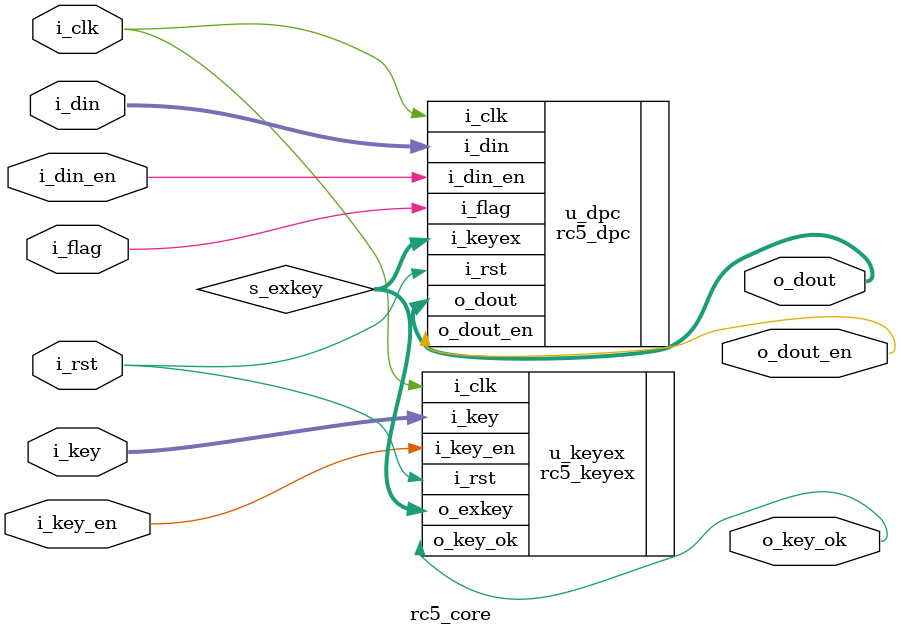
<source format=v>
/*  
Copyright 2019 XCrypt Studio                
																	 
Licensed under the Apache License, Version 2.0 (the "License");         
you may not use this file except in compliance with the License.        
You may obtain a copy of the License at                                 
																	 
 http://www.apache.org/licenses/LICENSE-2.0                          
																	 
Unless required by applicable law or agreed to in writing, software    
distributed under the License is distributed on an "AS IS" BASIS,       
WITHOUT WARRANTIES OR CONDITIONS OF ANY KIND, either express or implied.
See the License for the specific language governing permissions and     
limitations under the License.                                          
*/  

// ------------------------------------------------------------------------------
// File name        :   rc5_core.v
// Function         :   RC5 Cryptographic Algorithm Core (KeyLen = 16,Round = 12)
// ------------------------------------------------------------------------------
// Author           :   Xie
// Version          £º  v-1.0
// Date				:   2019-2-1
// Email            :   xcrypt@126.com
// ------------------------------------------------------------------------------

module rc5_core(
    input           i_clk,
    input           i_rst,
    input           i_flag,    //1-encrypt,0-decrypt
    input  [127:0]  i_key,
    input           i_key_en,  //1-key init start
	output 			o_key_ok,  //1-key init done
    input  [63:0]   i_din,
    input           i_din_en,
    output [63:0]   o_dout,
    output          o_dout_en
    );
 
	wire  [32*26-1:0] s_exkey;
 
	//key expand
	rc5_keyex u_keyex(
	.i_clk		(i_clk		),
	.i_rst		(i_rst		),
	.i_key		(i_key		),
	.i_key_en	(i_key_en	),
	.o_exkey	(s_exkey	),
	.o_key_ok	(o_key_ok	)	
	);

	//data encrypt or decrypt
	rc5_dpc u_dpc(
	.i_clk		(i_clk		),
	.i_rst		(i_rst		),	
	.i_flag		(i_flag		),
	.i_keyex	(s_exkey	),
    .i_din		(i_din		),
    .i_din_en	(i_din_en	),
    .o_dout		(o_dout		),
    .o_dout_en	(o_dout_en	)
	);	
	
endmodule

</source>
